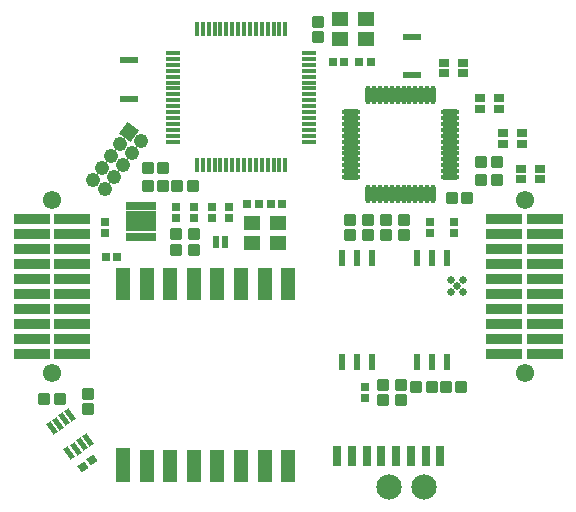
<source format=gts>
G04*
G04 #@! TF.GenerationSoftware,Altium Limited,Altium Designer,24.4.1 (13)*
G04*
G04 Layer_Color=8388736*
%FSLAX44Y44*%
%MOMM*%
G71*
G04*
G04 #@! TF.SameCoordinates,FE180870-32F7-4A95-A59D-FA59A3482B45*
G04*
G04*
G04 #@! TF.FilePolarity,Negative*
G04*
G01*
G75*
%ADD18R,0.3048X1.1938*%
%ADD19R,1.1938X0.3048*%
%ADD24R,0.6604X1.7018*%
%ADD26R,1.4000X1.2000*%
G04:AMPARAMS|DCode=27|XSize=1.1mm|YSize=0.45mm|CornerRadius=0mm|HoleSize=0mm|Usage=FLASHONLY|Rotation=125.000|XOffset=0mm|YOffset=0mm|HoleType=Round|Shape=Rectangle|*
%AMROTATEDRECTD27*
4,1,4,0.4998,-0.3215,0.1312,-0.5796,-0.4998,0.3215,-0.1312,0.5796,0.4998,-0.3215,0.0*
%
%ADD27ROTATEDRECTD27*%

G04:AMPARAMS|DCode=28|XSize=0.7154mm|YSize=0.6725mm|CornerRadius=0mm|HoleSize=0mm|Usage=FLASHONLY|Rotation=215.000|XOffset=0mm|YOffset=0mm|HoleType=Round|Shape=Rectangle|*
%AMROTATEDRECTD28*
4,1,4,0.1001,0.4806,0.4859,-0.0703,-0.1001,-0.4806,-0.4859,0.0703,0.1001,0.4806,0.0*
%
%ADD28ROTATEDRECTD28*%

%ADD29R,0.6725X0.7154*%
%ADD32R,0.7154X0.6725*%
%ADD33R,0.5588X1.4732*%
%ADD34R,1.5000X0.5500*%
%ADD36R,0.5750X1.1400*%
G04:AMPARAMS|DCode=39|XSize=1.1mm|YSize=0.95mm|CornerRadius=0.175mm|HoleSize=0mm|Usage=FLASHONLY|Rotation=180.000|XOffset=0mm|YOffset=0mm|HoleType=Round|Shape=RoundedRectangle|*
%AMROUNDEDRECTD39*
21,1,1.1000,0.6000,0,0,180.0*
21,1,0.7500,0.9500,0,0,180.0*
1,1,0.3500,-0.3750,0.3000*
1,1,0.3500,0.3750,0.3000*
1,1,0.3500,0.3750,-0.3000*
1,1,0.3500,-0.3750,-0.3000*
%
%ADD39ROUNDEDRECTD39*%
G04:AMPARAMS|DCode=40|XSize=1.1mm|YSize=0.95mm|CornerRadius=0.175mm|HoleSize=0mm|Usage=FLASHONLY|Rotation=90.000|XOffset=0mm|YOffset=0mm|HoleType=Round|Shape=RoundedRectangle|*
%AMROUNDEDRECTD40*
21,1,1.1000,0.6000,0,0,90.0*
21,1,0.7500,0.9500,0,0,90.0*
1,1,0.3500,0.3000,0.3750*
1,1,0.3500,0.3000,-0.3750*
1,1,0.3500,-0.3000,-0.3750*
1,1,0.3500,-0.3000,0.3750*
%
%ADD40ROUNDEDRECTD40*%
%ADD41R,0.5000X0.7000*%
%ADD42R,2.5500X1.7700*%
%ADD43R,3.0700X0.8900*%
%ADD44O,1.6000X0.4500*%
%ADD45O,0.4500X1.6000*%
%ADD46R,0.9500X0.6500*%
%ADD47R,1.2500X2.7500*%
%ADD48R,1.2500X2.9500*%
%ADD49C,2.1500*%
%ADD50C,1.5500*%
%ADD51P,1.7112X4X98.0*%
%ADD52C,1.2100*%
%ADD53C,0.6500*%
D18*
X-77500Y102500D02*
D03*
X-72500D02*
D03*
X-67500D02*
D03*
X-62500D02*
D03*
X-57500D02*
D03*
X-52500D02*
D03*
X-47500D02*
D03*
X-42500D02*
D03*
X-37500D02*
D03*
X-32500D02*
D03*
X-27500D02*
D03*
X-22500D02*
D03*
X-17500D02*
D03*
X-12500D02*
D03*
X-7500D02*
D03*
X-2500D02*
D03*
Y217500D02*
D03*
X-7500D02*
D03*
X-12500D02*
D03*
X-17500D02*
D03*
X-22500D02*
D03*
X-27500D02*
D03*
X-32500D02*
D03*
X-37500D02*
D03*
X-42500D02*
D03*
X-47500D02*
D03*
X-52500D02*
D03*
X-57500D02*
D03*
X-62500D02*
D03*
X-67500D02*
D03*
X-72500D02*
D03*
X-77500D02*
D03*
D19*
X17500Y122500D02*
D03*
Y147500D02*
D03*
Y152500D02*
D03*
Y157500D02*
D03*
Y162500D02*
D03*
Y167500D02*
D03*
Y172500D02*
D03*
Y177500D02*
D03*
Y182500D02*
D03*
Y187500D02*
D03*
Y192500D02*
D03*
Y197500D02*
D03*
X-97500D02*
D03*
Y192500D02*
D03*
Y187500D02*
D03*
Y182500D02*
D03*
Y177500D02*
D03*
Y172500D02*
D03*
Y167500D02*
D03*
Y162500D02*
D03*
Y157500D02*
D03*
Y152500D02*
D03*
Y147500D02*
D03*
Y142500D02*
D03*
Y137500D02*
D03*
Y132500D02*
D03*
Y127500D02*
D03*
Y122500D02*
D03*
X17500Y127500D02*
D03*
Y132500D02*
D03*
Y137500D02*
D03*
Y142500D02*
D03*
D24*
X41250Y-143743D02*
D03*
X53750D02*
D03*
X66250D02*
D03*
X78750D02*
D03*
X91250D02*
D03*
X103750D02*
D03*
X116250D02*
D03*
X128750D02*
D03*
D26*
X66000Y226000D02*
D03*
X44000D02*
D03*
Y209000D02*
D03*
X66000D02*
D03*
X-9000Y36500D02*
D03*
X-31000D02*
D03*
Y53500D02*
D03*
X-9000D02*
D03*
D27*
X-185530Y-141241D02*
D03*
X-180206Y-137513D02*
D03*
X-174881Y-133785D02*
D03*
X-169557Y-130057D02*
D03*
X-184470Y-108759D02*
D03*
X-189794Y-112487D02*
D03*
X-195119Y-116215D02*
D03*
X-200443Y-119943D02*
D03*
D28*
X-166080Y-147255D02*
D03*
X-173920Y-152745D02*
D03*
D29*
X-95000Y57714D02*
D03*
Y67286D02*
D03*
X-80000Y57714D02*
D03*
Y67286D02*
D03*
X-50000D02*
D03*
Y57714D02*
D03*
X-155000Y54786D02*
D03*
Y45214D02*
D03*
X-65000Y57714D02*
D03*
Y67286D02*
D03*
X140000Y45214D02*
D03*
Y54786D02*
D03*
X120000Y45214D02*
D03*
Y54786D02*
D03*
X65000Y-85214D02*
D03*
Y-94786D02*
D03*
D32*
X-154786Y25000D02*
D03*
X-145214D02*
D03*
X-34786Y70000D02*
D03*
X-25214D02*
D03*
X-5214D02*
D03*
X-14786D02*
D03*
X37714Y190000D02*
D03*
X47286D02*
D03*
X69786D02*
D03*
X60214D02*
D03*
D33*
X45550Y23815D02*
D03*
X58250D02*
D03*
X45550Y-63815D02*
D03*
X58250D02*
D03*
X134450Y23815D02*
D03*
X121750D02*
D03*
X109050D02*
D03*
X70950D02*
D03*
Y-63815D02*
D03*
X109050D02*
D03*
X121750D02*
D03*
X134450D02*
D03*
D34*
X105000Y178750D02*
D03*
Y211250D02*
D03*
X-135000Y191250D02*
D03*
Y158750D02*
D03*
D36*
X-53375Y37500D02*
D03*
X-61625D02*
D03*
D39*
X-170000Y-91000D02*
D03*
Y-104000D02*
D03*
X-80000Y31000D02*
D03*
Y44000D02*
D03*
X-95000Y31000D02*
D03*
Y44000D02*
D03*
X67500Y56500D02*
D03*
Y43500D02*
D03*
X52500Y56500D02*
D03*
Y43500D02*
D03*
X95000Y-96500D02*
D03*
Y-83500D02*
D03*
X80000Y-96500D02*
D03*
Y-83500D02*
D03*
X97500Y56500D02*
D03*
Y43500D02*
D03*
X82500Y56500D02*
D03*
Y43500D02*
D03*
X25000Y224000D02*
D03*
Y211000D02*
D03*
D40*
X-106000Y100000D02*
D03*
X-119000D02*
D03*
Y85000D02*
D03*
X-106000D02*
D03*
X-94000D02*
D03*
X-81000D02*
D03*
X-206500Y-95000D02*
D03*
X-193500D02*
D03*
X163500Y105000D02*
D03*
X176500D02*
D03*
X163500Y90000D02*
D03*
X176500D02*
D03*
X133500Y-85000D02*
D03*
X146500D02*
D03*
X108500D02*
D03*
X121500D02*
D03*
X151500Y75000D02*
D03*
X138500D02*
D03*
D41*
X-135000Y42150D02*
D03*
X-130000D02*
D03*
X-125000D02*
D03*
X-120000D02*
D03*
X-115000D02*
D03*
X-135000Y67850D02*
D03*
X-130000D02*
D03*
X-125000D02*
D03*
X-120000D02*
D03*
X-115000D02*
D03*
D42*
X-125000Y55000D02*
D03*
D43*
X217150Y-57150D02*
D03*
X182850D02*
D03*
X217150Y-44450D02*
D03*
X182850D02*
D03*
X217150Y-31750D02*
D03*
X182850D02*
D03*
X217150Y-19050D02*
D03*
X182850D02*
D03*
X217150Y-6350D02*
D03*
X182850D02*
D03*
X217150Y6350D02*
D03*
X182850D02*
D03*
X217150Y19050D02*
D03*
X182850D02*
D03*
X217150Y31750D02*
D03*
X182850D02*
D03*
X217150Y44450D02*
D03*
X182850D02*
D03*
X217150Y57150D02*
D03*
X182850D02*
D03*
X-182850Y-57150D02*
D03*
X-217150D02*
D03*
X-182850Y-44450D02*
D03*
X-217150D02*
D03*
X-182850Y-31750D02*
D03*
X-217150D02*
D03*
X-182850Y-19050D02*
D03*
X-217150D02*
D03*
X-182850Y-6350D02*
D03*
X-217150D02*
D03*
X-182850Y6350D02*
D03*
X-217150D02*
D03*
X-182850Y19050D02*
D03*
X-217150D02*
D03*
X-182850Y31750D02*
D03*
X-217150D02*
D03*
X-182850Y44450D02*
D03*
X-217150D02*
D03*
X-182850Y57150D02*
D03*
X-217150D02*
D03*
D44*
X52750Y92500D02*
D03*
Y97500D02*
D03*
Y102500D02*
D03*
Y107500D02*
D03*
Y112500D02*
D03*
Y117500D02*
D03*
Y122500D02*
D03*
Y127500D02*
D03*
Y132500D02*
D03*
Y137500D02*
D03*
Y142500D02*
D03*
Y147500D02*
D03*
X137250D02*
D03*
Y142500D02*
D03*
Y137500D02*
D03*
Y132500D02*
D03*
Y127500D02*
D03*
Y122500D02*
D03*
Y117500D02*
D03*
Y112500D02*
D03*
Y107500D02*
D03*
Y102500D02*
D03*
Y97500D02*
D03*
Y92500D02*
D03*
D45*
X67500Y162250D02*
D03*
X72500D02*
D03*
X77500D02*
D03*
X82500D02*
D03*
X87500D02*
D03*
X92500D02*
D03*
X97500D02*
D03*
X102500D02*
D03*
X107500D02*
D03*
X112500D02*
D03*
X117500D02*
D03*
X122500D02*
D03*
Y77750D02*
D03*
X117500D02*
D03*
X112500D02*
D03*
X107500D02*
D03*
X102500D02*
D03*
X97500D02*
D03*
X82500D02*
D03*
X77500D02*
D03*
X92500D02*
D03*
X87500D02*
D03*
X72500D02*
D03*
X67500D02*
D03*
D46*
X132000Y189500D02*
D03*
X148000D02*
D03*
X132000Y180500D02*
D03*
X148000D02*
D03*
X197000Y99500D02*
D03*
X213000D02*
D03*
X197000Y90500D02*
D03*
X213000D02*
D03*
X198000Y120500D02*
D03*
X182000D02*
D03*
X198000Y129500D02*
D03*
X182000D02*
D03*
X178000Y150500D02*
D03*
X162000D02*
D03*
X178000Y159500D02*
D03*
X162000D02*
D03*
D47*
X-140000Y2000D02*
D03*
X-120000D02*
D03*
X-100000D02*
D03*
X-80000D02*
D03*
X-60000D02*
D03*
X-40000D02*
D03*
X-20000D02*
D03*
X0D02*
D03*
Y-152000D02*
D03*
X-20000D02*
D03*
X-40000D02*
D03*
X-60000D02*
D03*
X-80000D02*
D03*
X-100000D02*
D03*
X-120000D02*
D03*
D48*
X-140000Y-151000D02*
D03*
D49*
X85000Y-170000D02*
D03*
X115000D02*
D03*
D50*
X200000Y-73050D02*
D03*
Y73050D02*
D03*
X-200000Y-73050D02*
D03*
Y73050D02*
D03*
X200000Y-73050D02*
D03*
Y73050D02*
D03*
X-200000Y-73050D02*
D03*
Y73050D02*
D03*
D51*
X-134714Y130285D02*
D03*
D52*
X-155143Y82072D02*
D03*
X-165286Y89715D02*
D03*
X-147500Y92214D02*
D03*
X-157643Y99857D02*
D03*
X-139857Y102357D02*
D03*
X-150000Y110000D02*
D03*
X-132214Y112500D02*
D03*
X-142357Y120143D02*
D03*
X-124571Y122642D02*
D03*
D53*
X142500Y0D02*
D03*
X137500Y5000D02*
D03*
X147500D02*
D03*
Y-5000D02*
D03*
X137500D02*
D03*
M02*

</source>
